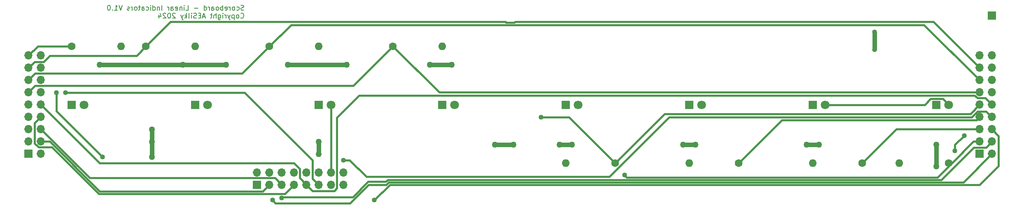
<source format=gbr>
%TF.GenerationSoftware,KiCad,Pcbnew,7.0.2*%
%TF.CreationDate,2024-06-24T19:43:42-07:00*%
%TF.ProjectId,Score-Board-LinInd,53636f72-652d-4426-9f61-72642d4c696e,1*%
%TF.SameCoordinates,Original*%
%TF.FileFunction,Copper,L2,Bot*%
%TF.FilePolarity,Positive*%
%FSLAX46Y46*%
G04 Gerber Fmt 4.6, Leading zero omitted, Abs format (unit mm)*
G04 Created by KiCad (PCBNEW 7.0.2) date 2024-06-24 19:43:42*
%MOMM*%
%LPD*%
G01*
G04 APERTURE LIST*
%ADD10C,0.152400*%
%TA.AperFunction,NonConductor*%
%ADD11C,0.152400*%
%TD*%
%TA.AperFunction,ComponentPad*%
%ADD12C,1.600000*%
%TD*%
%TA.AperFunction,ComponentPad*%
%ADD13O,1.600000X1.600000*%
%TD*%
%TA.AperFunction,ComponentPad*%
%ADD14R,1.800000X1.800000*%
%TD*%
%TA.AperFunction,ComponentPad*%
%ADD15C,1.800000*%
%TD*%
%TA.AperFunction,ComponentPad*%
%ADD16R,1.700000X1.700000*%
%TD*%
%TA.AperFunction,ComponentPad*%
%ADD17O,1.700000X1.700000*%
%TD*%
%TA.AperFunction,ViaPad*%
%ADD18C,1.270000*%
%TD*%
%TA.AperFunction,ViaPad*%
%ADD19C,1.016000*%
%TD*%
%TA.AperFunction,Conductor*%
%ADD20C,0.381000*%
%TD*%
%TA.AperFunction,Conductor*%
%ADD21C,0.889000*%
%TD*%
G04 APERTURE END LIST*
D10*
D11*
X82693976Y-91199360D02*
X82548833Y-91247740D01*
X82548833Y-91247740D02*
X82306928Y-91247740D01*
X82306928Y-91247740D02*
X82210166Y-91199360D01*
X82210166Y-91199360D02*
X82161785Y-91150979D01*
X82161785Y-91150979D02*
X82113404Y-91054217D01*
X82113404Y-91054217D02*
X82113404Y-90957455D01*
X82113404Y-90957455D02*
X82161785Y-90860693D01*
X82161785Y-90860693D02*
X82210166Y-90812312D01*
X82210166Y-90812312D02*
X82306928Y-90763931D01*
X82306928Y-90763931D02*
X82500452Y-90715550D01*
X82500452Y-90715550D02*
X82597214Y-90667169D01*
X82597214Y-90667169D02*
X82645595Y-90618788D01*
X82645595Y-90618788D02*
X82693976Y-90522026D01*
X82693976Y-90522026D02*
X82693976Y-90425264D01*
X82693976Y-90425264D02*
X82645595Y-90328502D01*
X82645595Y-90328502D02*
X82597214Y-90280121D01*
X82597214Y-90280121D02*
X82500452Y-90231740D01*
X82500452Y-90231740D02*
X82258547Y-90231740D01*
X82258547Y-90231740D02*
X82113404Y-90280121D01*
X81242547Y-91199360D02*
X81339309Y-91247740D01*
X81339309Y-91247740D02*
X81532833Y-91247740D01*
X81532833Y-91247740D02*
X81629595Y-91199360D01*
X81629595Y-91199360D02*
X81677976Y-91150979D01*
X81677976Y-91150979D02*
X81726357Y-91054217D01*
X81726357Y-91054217D02*
X81726357Y-90763931D01*
X81726357Y-90763931D02*
X81677976Y-90667169D01*
X81677976Y-90667169D02*
X81629595Y-90618788D01*
X81629595Y-90618788D02*
X81532833Y-90570407D01*
X81532833Y-90570407D02*
X81339309Y-90570407D01*
X81339309Y-90570407D02*
X81242547Y-90618788D01*
X80661976Y-91247740D02*
X80758738Y-91199360D01*
X80758738Y-91199360D02*
X80807119Y-91150979D01*
X80807119Y-91150979D02*
X80855500Y-91054217D01*
X80855500Y-91054217D02*
X80855500Y-90763931D01*
X80855500Y-90763931D02*
X80807119Y-90667169D01*
X80807119Y-90667169D02*
X80758738Y-90618788D01*
X80758738Y-90618788D02*
X80661976Y-90570407D01*
X80661976Y-90570407D02*
X80516833Y-90570407D01*
X80516833Y-90570407D02*
X80420071Y-90618788D01*
X80420071Y-90618788D02*
X80371690Y-90667169D01*
X80371690Y-90667169D02*
X80323309Y-90763931D01*
X80323309Y-90763931D02*
X80323309Y-91054217D01*
X80323309Y-91054217D02*
X80371690Y-91150979D01*
X80371690Y-91150979D02*
X80420071Y-91199360D01*
X80420071Y-91199360D02*
X80516833Y-91247740D01*
X80516833Y-91247740D02*
X80661976Y-91247740D01*
X79887881Y-91247740D02*
X79887881Y-90570407D01*
X79887881Y-90763931D02*
X79839500Y-90667169D01*
X79839500Y-90667169D02*
X79791119Y-90618788D01*
X79791119Y-90618788D02*
X79694357Y-90570407D01*
X79694357Y-90570407D02*
X79597595Y-90570407D01*
X78871881Y-91199360D02*
X78968643Y-91247740D01*
X78968643Y-91247740D02*
X79162167Y-91247740D01*
X79162167Y-91247740D02*
X79258929Y-91199360D01*
X79258929Y-91199360D02*
X79307310Y-91102598D01*
X79307310Y-91102598D02*
X79307310Y-90715550D01*
X79307310Y-90715550D02*
X79258929Y-90618788D01*
X79258929Y-90618788D02*
X79162167Y-90570407D01*
X79162167Y-90570407D02*
X78968643Y-90570407D01*
X78968643Y-90570407D02*
X78871881Y-90618788D01*
X78871881Y-90618788D02*
X78823500Y-90715550D01*
X78823500Y-90715550D02*
X78823500Y-90812312D01*
X78823500Y-90812312D02*
X79307310Y-90909074D01*
X78388072Y-91247740D02*
X78388072Y-90231740D01*
X78388072Y-90618788D02*
X78291310Y-90570407D01*
X78291310Y-90570407D02*
X78097786Y-90570407D01*
X78097786Y-90570407D02*
X78001024Y-90618788D01*
X78001024Y-90618788D02*
X77952643Y-90667169D01*
X77952643Y-90667169D02*
X77904262Y-90763931D01*
X77904262Y-90763931D02*
X77904262Y-91054217D01*
X77904262Y-91054217D02*
X77952643Y-91150979D01*
X77952643Y-91150979D02*
X78001024Y-91199360D01*
X78001024Y-91199360D02*
X78097786Y-91247740D01*
X78097786Y-91247740D02*
X78291310Y-91247740D01*
X78291310Y-91247740D02*
X78388072Y-91199360D01*
X77323691Y-91247740D02*
X77420453Y-91199360D01*
X77420453Y-91199360D02*
X77468834Y-91150979D01*
X77468834Y-91150979D02*
X77517215Y-91054217D01*
X77517215Y-91054217D02*
X77517215Y-90763931D01*
X77517215Y-90763931D02*
X77468834Y-90667169D01*
X77468834Y-90667169D02*
X77420453Y-90618788D01*
X77420453Y-90618788D02*
X77323691Y-90570407D01*
X77323691Y-90570407D02*
X77178548Y-90570407D01*
X77178548Y-90570407D02*
X77081786Y-90618788D01*
X77081786Y-90618788D02*
X77033405Y-90667169D01*
X77033405Y-90667169D02*
X76985024Y-90763931D01*
X76985024Y-90763931D02*
X76985024Y-91054217D01*
X76985024Y-91054217D02*
X77033405Y-91150979D01*
X77033405Y-91150979D02*
X77081786Y-91199360D01*
X77081786Y-91199360D02*
X77178548Y-91247740D01*
X77178548Y-91247740D02*
X77323691Y-91247740D01*
X76114167Y-91247740D02*
X76114167Y-90715550D01*
X76114167Y-90715550D02*
X76162548Y-90618788D01*
X76162548Y-90618788D02*
X76259310Y-90570407D01*
X76259310Y-90570407D02*
X76452834Y-90570407D01*
X76452834Y-90570407D02*
X76549596Y-90618788D01*
X76114167Y-91199360D02*
X76210929Y-91247740D01*
X76210929Y-91247740D02*
X76452834Y-91247740D01*
X76452834Y-91247740D02*
X76549596Y-91199360D01*
X76549596Y-91199360D02*
X76597977Y-91102598D01*
X76597977Y-91102598D02*
X76597977Y-91005836D01*
X76597977Y-91005836D02*
X76549596Y-90909074D01*
X76549596Y-90909074D02*
X76452834Y-90860693D01*
X76452834Y-90860693D02*
X76210929Y-90860693D01*
X76210929Y-90860693D02*
X76114167Y-90812312D01*
X75630358Y-91247740D02*
X75630358Y-90570407D01*
X75630358Y-90763931D02*
X75581977Y-90667169D01*
X75581977Y-90667169D02*
X75533596Y-90618788D01*
X75533596Y-90618788D02*
X75436834Y-90570407D01*
X75436834Y-90570407D02*
X75340072Y-90570407D01*
X74565977Y-91247740D02*
X74565977Y-90231740D01*
X74565977Y-91199360D02*
X74662739Y-91247740D01*
X74662739Y-91247740D02*
X74856263Y-91247740D01*
X74856263Y-91247740D02*
X74953025Y-91199360D01*
X74953025Y-91199360D02*
X75001406Y-91150979D01*
X75001406Y-91150979D02*
X75049787Y-91054217D01*
X75049787Y-91054217D02*
X75049787Y-90763931D01*
X75049787Y-90763931D02*
X75001406Y-90667169D01*
X75001406Y-90667169D02*
X74953025Y-90618788D01*
X74953025Y-90618788D02*
X74856263Y-90570407D01*
X74856263Y-90570407D02*
X74662739Y-90570407D01*
X74662739Y-90570407D02*
X74565977Y-90618788D01*
X73308073Y-90860693D02*
X72533978Y-90860693D01*
X70792263Y-91247740D02*
X71276073Y-91247740D01*
X71276073Y-91247740D02*
X71276073Y-90231740D01*
X70453597Y-91247740D02*
X70453597Y-90570407D01*
X70453597Y-90231740D02*
X70501978Y-90280121D01*
X70501978Y-90280121D02*
X70453597Y-90328502D01*
X70453597Y-90328502D02*
X70405216Y-90280121D01*
X70405216Y-90280121D02*
X70453597Y-90231740D01*
X70453597Y-90231740D02*
X70453597Y-90328502D01*
X69969787Y-90570407D02*
X69969787Y-91247740D01*
X69969787Y-90667169D02*
X69921406Y-90618788D01*
X69921406Y-90618788D02*
X69824644Y-90570407D01*
X69824644Y-90570407D02*
X69679501Y-90570407D01*
X69679501Y-90570407D02*
X69582739Y-90618788D01*
X69582739Y-90618788D02*
X69534358Y-90715550D01*
X69534358Y-90715550D02*
X69534358Y-91247740D01*
X68663501Y-91199360D02*
X68760263Y-91247740D01*
X68760263Y-91247740D02*
X68953787Y-91247740D01*
X68953787Y-91247740D02*
X69050549Y-91199360D01*
X69050549Y-91199360D02*
X69098930Y-91102598D01*
X69098930Y-91102598D02*
X69098930Y-90715550D01*
X69098930Y-90715550D02*
X69050549Y-90618788D01*
X69050549Y-90618788D02*
X68953787Y-90570407D01*
X68953787Y-90570407D02*
X68760263Y-90570407D01*
X68760263Y-90570407D02*
X68663501Y-90618788D01*
X68663501Y-90618788D02*
X68615120Y-90715550D01*
X68615120Y-90715550D02*
X68615120Y-90812312D01*
X68615120Y-90812312D02*
X69098930Y-90909074D01*
X67744263Y-91247740D02*
X67744263Y-90715550D01*
X67744263Y-90715550D02*
X67792644Y-90618788D01*
X67792644Y-90618788D02*
X67889406Y-90570407D01*
X67889406Y-90570407D02*
X68082930Y-90570407D01*
X68082930Y-90570407D02*
X68179692Y-90618788D01*
X67744263Y-91199360D02*
X67841025Y-91247740D01*
X67841025Y-91247740D02*
X68082930Y-91247740D01*
X68082930Y-91247740D02*
X68179692Y-91199360D01*
X68179692Y-91199360D02*
X68228073Y-91102598D01*
X68228073Y-91102598D02*
X68228073Y-91005836D01*
X68228073Y-91005836D02*
X68179692Y-90909074D01*
X68179692Y-90909074D02*
X68082930Y-90860693D01*
X68082930Y-90860693D02*
X67841025Y-90860693D01*
X67841025Y-90860693D02*
X67744263Y-90812312D01*
X67260454Y-91247740D02*
X67260454Y-90570407D01*
X67260454Y-90763931D02*
X67212073Y-90667169D01*
X67212073Y-90667169D02*
X67163692Y-90618788D01*
X67163692Y-90618788D02*
X67066930Y-90570407D01*
X67066930Y-90570407D02*
X66970168Y-90570407D01*
X65857407Y-91247740D02*
X65857407Y-90231740D01*
X65373597Y-90570407D02*
X65373597Y-91247740D01*
X65373597Y-90667169D02*
X65325216Y-90618788D01*
X65325216Y-90618788D02*
X65228454Y-90570407D01*
X65228454Y-90570407D02*
X65083311Y-90570407D01*
X65083311Y-90570407D02*
X64986549Y-90618788D01*
X64986549Y-90618788D02*
X64938168Y-90715550D01*
X64938168Y-90715550D02*
X64938168Y-91247740D01*
X64018930Y-91247740D02*
X64018930Y-90231740D01*
X64018930Y-91199360D02*
X64115692Y-91247740D01*
X64115692Y-91247740D02*
X64309216Y-91247740D01*
X64309216Y-91247740D02*
X64405978Y-91199360D01*
X64405978Y-91199360D02*
X64454359Y-91150979D01*
X64454359Y-91150979D02*
X64502740Y-91054217D01*
X64502740Y-91054217D02*
X64502740Y-90763931D01*
X64502740Y-90763931D02*
X64454359Y-90667169D01*
X64454359Y-90667169D02*
X64405978Y-90618788D01*
X64405978Y-90618788D02*
X64309216Y-90570407D01*
X64309216Y-90570407D02*
X64115692Y-90570407D01*
X64115692Y-90570407D02*
X64018930Y-90618788D01*
X63535121Y-91247740D02*
X63535121Y-90570407D01*
X63535121Y-90231740D02*
X63583502Y-90280121D01*
X63583502Y-90280121D02*
X63535121Y-90328502D01*
X63535121Y-90328502D02*
X63486740Y-90280121D01*
X63486740Y-90280121D02*
X63535121Y-90231740D01*
X63535121Y-90231740D02*
X63535121Y-90328502D01*
X62615882Y-91199360D02*
X62712644Y-91247740D01*
X62712644Y-91247740D02*
X62906168Y-91247740D01*
X62906168Y-91247740D02*
X63002930Y-91199360D01*
X63002930Y-91199360D02*
X63051311Y-91150979D01*
X63051311Y-91150979D02*
X63099692Y-91054217D01*
X63099692Y-91054217D02*
X63099692Y-90763931D01*
X63099692Y-90763931D02*
X63051311Y-90667169D01*
X63051311Y-90667169D02*
X63002930Y-90618788D01*
X63002930Y-90618788D02*
X62906168Y-90570407D01*
X62906168Y-90570407D02*
X62712644Y-90570407D01*
X62712644Y-90570407D02*
X62615882Y-90618788D01*
X61745025Y-91247740D02*
X61745025Y-90715550D01*
X61745025Y-90715550D02*
X61793406Y-90618788D01*
X61793406Y-90618788D02*
X61890168Y-90570407D01*
X61890168Y-90570407D02*
X62083692Y-90570407D01*
X62083692Y-90570407D02*
X62180454Y-90618788D01*
X61745025Y-91199360D02*
X61841787Y-91247740D01*
X61841787Y-91247740D02*
X62083692Y-91247740D01*
X62083692Y-91247740D02*
X62180454Y-91199360D01*
X62180454Y-91199360D02*
X62228835Y-91102598D01*
X62228835Y-91102598D02*
X62228835Y-91005836D01*
X62228835Y-91005836D02*
X62180454Y-90909074D01*
X62180454Y-90909074D02*
X62083692Y-90860693D01*
X62083692Y-90860693D02*
X61841787Y-90860693D01*
X61841787Y-90860693D02*
X61745025Y-90812312D01*
X61406359Y-90570407D02*
X61019311Y-90570407D01*
X61261216Y-90231740D02*
X61261216Y-91102598D01*
X61261216Y-91102598D02*
X61212835Y-91199360D01*
X61212835Y-91199360D02*
X61116073Y-91247740D01*
X61116073Y-91247740D02*
X61019311Y-91247740D01*
X60535502Y-91247740D02*
X60632264Y-91199360D01*
X60632264Y-91199360D02*
X60680645Y-91150979D01*
X60680645Y-91150979D02*
X60729026Y-91054217D01*
X60729026Y-91054217D02*
X60729026Y-90763931D01*
X60729026Y-90763931D02*
X60680645Y-90667169D01*
X60680645Y-90667169D02*
X60632264Y-90618788D01*
X60632264Y-90618788D02*
X60535502Y-90570407D01*
X60535502Y-90570407D02*
X60390359Y-90570407D01*
X60390359Y-90570407D02*
X60293597Y-90618788D01*
X60293597Y-90618788D02*
X60245216Y-90667169D01*
X60245216Y-90667169D02*
X60196835Y-90763931D01*
X60196835Y-90763931D02*
X60196835Y-91054217D01*
X60196835Y-91054217D02*
X60245216Y-91150979D01*
X60245216Y-91150979D02*
X60293597Y-91199360D01*
X60293597Y-91199360D02*
X60390359Y-91247740D01*
X60390359Y-91247740D02*
X60535502Y-91247740D01*
X59761407Y-91247740D02*
X59761407Y-90570407D01*
X59761407Y-90763931D02*
X59713026Y-90667169D01*
X59713026Y-90667169D02*
X59664645Y-90618788D01*
X59664645Y-90618788D02*
X59567883Y-90570407D01*
X59567883Y-90570407D02*
X59471121Y-90570407D01*
X59180836Y-91199360D02*
X59084074Y-91247740D01*
X59084074Y-91247740D02*
X58890550Y-91247740D01*
X58890550Y-91247740D02*
X58793788Y-91199360D01*
X58793788Y-91199360D02*
X58745407Y-91102598D01*
X58745407Y-91102598D02*
X58745407Y-91054217D01*
X58745407Y-91054217D02*
X58793788Y-90957455D01*
X58793788Y-90957455D02*
X58890550Y-90909074D01*
X58890550Y-90909074D02*
X59035693Y-90909074D01*
X59035693Y-90909074D02*
X59132455Y-90860693D01*
X59132455Y-90860693D02*
X59180836Y-90763931D01*
X59180836Y-90763931D02*
X59180836Y-90715550D01*
X59180836Y-90715550D02*
X59132455Y-90618788D01*
X59132455Y-90618788D02*
X59035693Y-90570407D01*
X59035693Y-90570407D02*
X58890550Y-90570407D01*
X58890550Y-90570407D02*
X58793788Y-90618788D01*
X57681027Y-90231740D02*
X57342360Y-91247740D01*
X57342360Y-91247740D02*
X57003693Y-90231740D01*
X56132836Y-91247740D02*
X56713408Y-91247740D01*
X56423122Y-91247740D02*
X56423122Y-90231740D01*
X56423122Y-90231740D02*
X56519884Y-90376883D01*
X56519884Y-90376883D02*
X56616646Y-90473645D01*
X56616646Y-90473645D02*
X56713408Y-90522026D01*
X55697408Y-91150979D02*
X55649027Y-91199360D01*
X55649027Y-91199360D02*
X55697408Y-91247740D01*
X55697408Y-91247740D02*
X55745789Y-91199360D01*
X55745789Y-91199360D02*
X55697408Y-91150979D01*
X55697408Y-91150979D02*
X55697408Y-91247740D01*
X55020074Y-90231740D02*
X54923312Y-90231740D01*
X54923312Y-90231740D02*
X54826550Y-90280121D01*
X54826550Y-90280121D02*
X54778169Y-90328502D01*
X54778169Y-90328502D02*
X54729788Y-90425264D01*
X54729788Y-90425264D02*
X54681407Y-90618788D01*
X54681407Y-90618788D02*
X54681407Y-90860693D01*
X54681407Y-90860693D02*
X54729788Y-91054217D01*
X54729788Y-91054217D02*
X54778169Y-91150979D01*
X54778169Y-91150979D02*
X54826550Y-91199360D01*
X54826550Y-91199360D02*
X54923312Y-91247740D01*
X54923312Y-91247740D02*
X55020074Y-91247740D01*
X55020074Y-91247740D02*
X55116836Y-91199360D01*
X55116836Y-91199360D02*
X55165217Y-91150979D01*
X55165217Y-91150979D02*
X55213598Y-91054217D01*
X55213598Y-91054217D02*
X55261979Y-90860693D01*
X55261979Y-90860693D02*
X55261979Y-90618788D01*
X55261979Y-90618788D02*
X55213598Y-90425264D01*
X55213598Y-90425264D02*
X55165217Y-90328502D01*
X55165217Y-90328502D02*
X55116836Y-90280121D01*
X55116836Y-90280121D02*
X55020074Y-90231740D01*
X82065023Y-92796899D02*
X82113404Y-92845280D01*
X82113404Y-92845280D02*
X82258547Y-92893660D01*
X82258547Y-92893660D02*
X82355309Y-92893660D01*
X82355309Y-92893660D02*
X82500452Y-92845280D01*
X82500452Y-92845280D02*
X82597214Y-92748518D01*
X82597214Y-92748518D02*
X82645595Y-92651756D01*
X82645595Y-92651756D02*
X82693976Y-92458232D01*
X82693976Y-92458232D02*
X82693976Y-92313089D01*
X82693976Y-92313089D02*
X82645595Y-92119565D01*
X82645595Y-92119565D02*
X82597214Y-92022803D01*
X82597214Y-92022803D02*
X82500452Y-91926041D01*
X82500452Y-91926041D02*
X82355309Y-91877660D01*
X82355309Y-91877660D02*
X82258547Y-91877660D01*
X82258547Y-91877660D02*
X82113404Y-91926041D01*
X82113404Y-91926041D02*
X82065023Y-91974422D01*
X81484452Y-92893660D02*
X81581214Y-92845280D01*
X81581214Y-92845280D02*
X81629595Y-92796899D01*
X81629595Y-92796899D02*
X81677976Y-92700137D01*
X81677976Y-92700137D02*
X81677976Y-92409851D01*
X81677976Y-92409851D02*
X81629595Y-92313089D01*
X81629595Y-92313089D02*
X81581214Y-92264708D01*
X81581214Y-92264708D02*
X81484452Y-92216327D01*
X81484452Y-92216327D02*
X81339309Y-92216327D01*
X81339309Y-92216327D02*
X81242547Y-92264708D01*
X81242547Y-92264708D02*
X81194166Y-92313089D01*
X81194166Y-92313089D02*
X81145785Y-92409851D01*
X81145785Y-92409851D02*
X81145785Y-92700137D01*
X81145785Y-92700137D02*
X81194166Y-92796899D01*
X81194166Y-92796899D02*
X81242547Y-92845280D01*
X81242547Y-92845280D02*
X81339309Y-92893660D01*
X81339309Y-92893660D02*
X81484452Y-92893660D01*
X80710357Y-92216327D02*
X80710357Y-93232327D01*
X80710357Y-92264708D02*
X80613595Y-92216327D01*
X80613595Y-92216327D02*
X80420071Y-92216327D01*
X80420071Y-92216327D02*
X80323309Y-92264708D01*
X80323309Y-92264708D02*
X80274928Y-92313089D01*
X80274928Y-92313089D02*
X80226547Y-92409851D01*
X80226547Y-92409851D02*
X80226547Y-92700137D01*
X80226547Y-92700137D02*
X80274928Y-92796899D01*
X80274928Y-92796899D02*
X80323309Y-92845280D01*
X80323309Y-92845280D02*
X80420071Y-92893660D01*
X80420071Y-92893660D02*
X80613595Y-92893660D01*
X80613595Y-92893660D02*
X80710357Y-92845280D01*
X79887881Y-92216327D02*
X79645976Y-92893660D01*
X79404071Y-92216327D02*
X79645976Y-92893660D01*
X79645976Y-92893660D02*
X79742738Y-93135565D01*
X79742738Y-93135565D02*
X79791119Y-93183946D01*
X79791119Y-93183946D02*
X79887881Y-93232327D01*
X79017024Y-92893660D02*
X79017024Y-92216327D01*
X79017024Y-92409851D02*
X78968643Y-92313089D01*
X78968643Y-92313089D02*
X78920262Y-92264708D01*
X78920262Y-92264708D02*
X78823500Y-92216327D01*
X78823500Y-92216327D02*
X78726738Y-92216327D01*
X78388072Y-92893660D02*
X78388072Y-92216327D01*
X78388072Y-91877660D02*
X78436453Y-91926041D01*
X78436453Y-91926041D02*
X78388072Y-91974422D01*
X78388072Y-91974422D02*
X78339691Y-91926041D01*
X78339691Y-91926041D02*
X78388072Y-91877660D01*
X78388072Y-91877660D02*
X78388072Y-91974422D01*
X77468833Y-92216327D02*
X77468833Y-93038803D01*
X77468833Y-93038803D02*
X77517214Y-93135565D01*
X77517214Y-93135565D02*
X77565595Y-93183946D01*
X77565595Y-93183946D02*
X77662357Y-93232327D01*
X77662357Y-93232327D02*
X77807500Y-93232327D01*
X77807500Y-93232327D02*
X77904262Y-93183946D01*
X77468833Y-92845280D02*
X77565595Y-92893660D01*
X77565595Y-92893660D02*
X77759119Y-92893660D01*
X77759119Y-92893660D02*
X77855881Y-92845280D01*
X77855881Y-92845280D02*
X77904262Y-92796899D01*
X77904262Y-92796899D02*
X77952643Y-92700137D01*
X77952643Y-92700137D02*
X77952643Y-92409851D01*
X77952643Y-92409851D02*
X77904262Y-92313089D01*
X77904262Y-92313089D02*
X77855881Y-92264708D01*
X77855881Y-92264708D02*
X77759119Y-92216327D01*
X77759119Y-92216327D02*
X77565595Y-92216327D01*
X77565595Y-92216327D02*
X77468833Y-92264708D01*
X76985024Y-92893660D02*
X76985024Y-91877660D01*
X76549595Y-92893660D02*
X76549595Y-92361470D01*
X76549595Y-92361470D02*
X76597976Y-92264708D01*
X76597976Y-92264708D02*
X76694738Y-92216327D01*
X76694738Y-92216327D02*
X76839881Y-92216327D01*
X76839881Y-92216327D02*
X76936643Y-92264708D01*
X76936643Y-92264708D02*
X76985024Y-92313089D01*
X76210929Y-92216327D02*
X75823881Y-92216327D01*
X76065786Y-91877660D02*
X76065786Y-92748518D01*
X76065786Y-92748518D02*
X76017405Y-92845280D01*
X76017405Y-92845280D02*
X75920643Y-92893660D01*
X75920643Y-92893660D02*
X75823881Y-92893660D01*
X74759501Y-92603375D02*
X74275691Y-92603375D01*
X74856263Y-92893660D02*
X74517596Y-91877660D01*
X74517596Y-91877660D02*
X74178929Y-92893660D01*
X73840263Y-92361470D02*
X73501596Y-92361470D01*
X73356453Y-92893660D02*
X73840263Y-92893660D01*
X73840263Y-92893660D02*
X73840263Y-91877660D01*
X73840263Y-91877660D02*
X73356453Y-91877660D01*
X72969406Y-92845280D02*
X72824263Y-92893660D01*
X72824263Y-92893660D02*
X72582358Y-92893660D01*
X72582358Y-92893660D02*
X72485596Y-92845280D01*
X72485596Y-92845280D02*
X72437215Y-92796899D01*
X72437215Y-92796899D02*
X72388834Y-92700137D01*
X72388834Y-92700137D02*
X72388834Y-92603375D01*
X72388834Y-92603375D02*
X72437215Y-92506613D01*
X72437215Y-92506613D02*
X72485596Y-92458232D01*
X72485596Y-92458232D02*
X72582358Y-92409851D01*
X72582358Y-92409851D02*
X72775882Y-92361470D01*
X72775882Y-92361470D02*
X72872644Y-92313089D01*
X72872644Y-92313089D02*
X72921025Y-92264708D01*
X72921025Y-92264708D02*
X72969406Y-92167946D01*
X72969406Y-92167946D02*
X72969406Y-92071184D01*
X72969406Y-92071184D02*
X72921025Y-91974422D01*
X72921025Y-91974422D02*
X72872644Y-91926041D01*
X72872644Y-91926041D02*
X72775882Y-91877660D01*
X72775882Y-91877660D02*
X72533977Y-91877660D01*
X72533977Y-91877660D02*
X72388834Y-91926041D01*
X71953406Y-92893660D02*
X71953406Y-92216327D01*
X71953406Y-91877660D02*
X72001787Y-91926041D01*
X72001787Y-91926041D02*
X71953406Y-91974422D01*
X71953406Y-91974422D02*
X71905025Y-91926041D01*
X71905025Y-91926041D02*
X71953406Y-91877660D01*
X71953406Y-91877660D02*
X71953406Y-91974422D01*
X71324453Y-92893660D02*
X71421215Y-92845280D01*
X71421215Y-92845280D02*
X71469596Y-92748518D01*
X71469596Y-92748518D02*
X71469596Y-91877660D01*
X70937406Y-92893660D02*
X70937406Y-91877660D01*
X70840644Y-92506613D02*
X70550358Y-92893660D01*
X70550358Y-92216327D02*
X70937406Y-92603375D01*
X70211692Y-92216327D02*
X69969787Y-92893660D01*
X69727882Y-92216327D02*
X69969787Y-92893660D01*
X69969787Y-92893660D02*
X70066549Y-93135565D01*
X70066549Y-93135565D02*
X70114930Y-93183946D01*
X70114930Y-93183946D02*
X70211692Y-93232327D01*
X68615121Y-91974422D02*
X68566740Y-91926041D01*
X68566740Y-91926041D02*
X68469978Y-91877660D01*
X68469978Y-91877660D02*
X68228073Y-91877660D01*
X68228073Y-91877660D02*
X68131311Y-91926041D01*
X68131311Y-91926041D02*
X68082930Y-91974422D01*
X68082930Y-91974422D02*
X68034549Y-92071184D01*
X68034549Y-92071184D02*
X68034549Y-92167946D01*
X68034549Y-92167946D02*
X68082930Y-92313089D01*
X68082930Y-92313089D02*
X68663502Y-92893660D01*
X68663502Y-92893660D02*
X68034549Y-92893660D01*
X67405597Y-91877660D02*
X67308835Y-91877660D01*
X67308835Y-91877660D02*
X67212073Y-91926041D01*
X67212073Y-91926041D02*
X67163692Y-91974422D01*
X67163692Y-91974422D02*
X67115311Y-92071184D01*
X67115311Y-92071184D02*
X67066930Y-92264708D01*
X67066930Y-92264708D02*
X67066930Y-92506613D01*
X67066930Y-92506613D02*
X67115311Y-92700137D01*
X67115311Y-92700137D02*
X67163692Y-92796899D01*
X67163692Y-92796899D02*
X67212073Y-92845280D01*
X67212073Y-92845280D02*
X67308835Y-92893660D01*
X67308835Y-92893660D02*
X67405597Y-92893660D01*
X67405597Y-92893660D02*
X67502359Y-92845280D01*
X67502359Y-92845280D02*
X67550740Y-92796899D01*
X67550740Y-92796899D02*
X67599121Y-92700137D01*
X67599121Y-92700137D02*
X67647502Y-92506613D01*
X67647502Y-92506613D02*
X67647502Y-92264708D01*
X67647502Y-92264708D02*
X67599121Y-92071184D01*
X67599121Y-92071184D02*
X67550740Y-91974422D01*
X67550740Y-91974422D02*
X67502359Y-91926041D01*
X67502359Y-91926041D02*
X67405597Y-91877660D01*
X66679883Y-91974422D02*
X66631502Y-91926041D01*
X66631502Y-91926041D02*
X66534740Y-91877660D01*
X66534740Y-91877660D02*
X66292835Y-91877660D01*
X66292835Y-91877660D02*
X66196073Y-91926041D01*
X66196073Y-91926041D02*
X66147692Y-91974422D01*
X66147692Y-91974422D02*
X66099311Y-92071184D01*
X66099311Y-92071184D02*
X66099311Y-92167946D01*
X66099311Y-92167946D02*
X66147692Y-92313089D01*
X66147692Y-92313089D02*
X66728264Y-92893660D01*
X66728264Y-92893660D02*
X66099311Y-92893660D01*
X65228454Y-92216327D02*
X65228454Y-92893660D01*
X65470359Y-91829280D02*
X65712264Y-92554994D01*
X65712264Y-92554994D02*
X65083311Y-92554994D01*
D12*
%TO.P,R8,1*%
%TO.N,/SD.A*%
X227667500Y-122863000D03*
D13*
%TO.P,R8,2*%
%TO.N,/SDA.A*%
X217507500Y-122863000D03*
%TD*%
D12*
%TO.P,R7,1*%
%TO.N,/SD.B*%
X209887500Y-122863000D03*
D13*
%TO.P,R7,2*%
%TO.N,/SDA.B*%
X199727500Y-122863000D03*
%TD*%
D12*
%TO.P,R6,1*%
%TO.N,/SD.C*%
X184487500Y-122863000D03*
D13*
%TO.P,R6,2*%
%TO.N,/SDA.C*%
X174327500Y-122863000D03*
%TD*%
D12*
%TO.P,R5,1*%
%TO.N,/SD.D*%
X159087500Y-122863000D03*
D13*
%TO.P,R5,2*%
%TO.N,/SDA.D*%
X148927500Y-122863000D03*
%TD*%
D12*
%TO.P,R4,1*%
%TO.N,/SD.E*%
X113367500Y-98733000D03*
D13*
%TO.P,R4,2*%
%TO.N,/SDA.E*%
X123527500Y-98733000D03*
%TD*%
D12*
%TO.P,R3,1*%
%TO.N,/SD.F*%
X87967500Y-98733000D03*
D13*
%TO.P,R3,2*%
%TO.N,/SDA.F*%
X98127500Y-98733000D03*
%TD*%
D12*
%TO.P,R2,1*%
%TO.N,/SD.G*%
X62567500Y-98733000D03*
D13*
%TO.P,R2,2*%
%TO.N,/SDA.G*%
X72727500Y-98733000D03*
%TD*%
D12*
%TO.P,R1,1*%
%TO.N,/SD.P*%
X47327500Y-98733000D03*
D13*
%TO.P,R1,2*%
%TO.N,/SDA.P*%
X57487500Y-98733000D03*
%TD*%
D14*
%TO.P,LED8,1,K*%
%TO.N,/SDA.A*%
X225127500Y-110798000D03*
D15*
%TO.P,LED8,2,A*%
%TO.N,Net-(J1-Pin_10)*%
X227667500Y-110798000D03*
%TD*%
D14*
%TO.P,LED7,1,K*%
%TO.N,/SDA.B*%
X199727500Y-110798000D03*
D15*
%TO.P,LED7,2,A*%
%TO.N,Net-(J1-Pin_10)*%
X202267500Y-110798000D03*
%TD*%
D14*
%TO.P,LED6,1,K*%
%TO.N,/SDA.C*%
X174327500Y-110798000D03*
D15*
%TO.P,LED6,2,A*%
%TO.N,Net-(J1-Pin_10)*%
X176867500Y-110798000D03*
%TD*%
D14*
%TO.P,LED5,1,K*%
%TO.N,/SDA.D*%
X148927500Y-110798000D03*
D15*
%TO.P,LED5,2,A*%
%TO.N,Net-(J1-Pin_10)*%
X151467500Y-110798000D03*
%TD*%
D14*
%TO.P,LED4,1,K*%
%TO.N,/SDA.E*%
X123527500Y-110798000D03*
D15*
%TO.P,LED4,2,A*%
%TO.N,Net-(J1-Pin_10)*%
X126067500Y-110798000D03*
%TD*%
D14*
%TO.P,LED3,1,K*%
%TO.N,/SDA.F*%
X98127500Y-110798000D03*
D15*
%TO.P,LED3,2,A*%
%TO.N,Net-(J1-Pin_10)*%
X100667500Y-110798000D03*
%TD*%
D14*
%TO.P,LED2,1,K*%
%TO.N,/SDA.G*%
X72727500Y-110798000D03*
D15*
%TO.P,LED2,2,A*%
%TO.N,Net-(J1-Pin_10)*%
X75267500Y-110798000D03*
%TD*%
D14*
%TO.P,LED1,1,K*%
%TO.N,/SDA.P*%
X47327500Y-110798000D03*
D15*
%TO.P,LED1,2,A*%
%TO.N,Net-(J1-Pin_10)*%
X49867500Y-110798000D03*
%TD*%
D16*
%TO.P,J3,1,Pin_1*%
%TO.N,GND*%
X234012500Y-120948000D03*
D17*
%TO.P,J3,2,Pin_2*%
%TO.N,/DD.A10*%
X236552500Y-120948000D03*
%TO.P,J3,3,Pin_3*%
%TO.N,/SD.A*%
X234012500Y-118408000D03*
%TO.P,J3,4,Pin_4*%
%TO.N,/DD.A01*%
X236552500Y-118408000D03*
%TO.P,J3,5,Pin_5*%
%TO.N,/SD.B*%
X234012500Y-115868000D03*
%TO.P,J3,6,Pin_6*%
%TO.N,/DD.B10*%
X236552500Y-115868000D03*
%TO.P,J3,7,Pin_7*%
%TO.N,/SD.C*%
X234012500Y-113328000D03*
%TO.P,J3,8,Pin_8*%
%TO.N,/DD.B01*%
X236552500Y-113328000D03*
%TO.P,J3,9,Pin_9*%
%TO.N,/SD.D*%
X234012500Y-110788000D03*
%TO.P,J3,10,Pin_10*%
%TO.N,/DD.C10*%
X236552500Y-110788000D03*
%TO.P,J3,11,Pin_11*%
%TO.N,/SD.E*%
X234012500Y-108248000D03*
%TO.P,J3,12,Pin_12*%
%TO.N,/DD.C01*%
X236552500Y-108248000D03*
%TO.P,J3,13,Pin_13*%
%TO.N,/SD.F*%
X234012500Y-105708000D03*
%TO.P,J3,14,Pin_14*%
%TO.N,/DD.IND*%
X236552500Y-105708000D03*
%TO.P,J3,15,Pin_15*%
%TO.N,/SD.G*%
X234012500Y-103168000D03*
%TO.P,J3,16,Pin_16*%
%TO.N,Net-(J2-Pin_16)*%
X236552500Y-103168000D03*
%TO.P,J3,17,Pin_17*%
%TO.N,/SD.P*%
X234012500Y-100628000D03*
%TO.P,J3,18,Pin_18*%
%TO.N,GND*%
X236552500Y-100628000D03*
%TD*%
D16*
%TO.P,J2,1,Pin_1*%
%TO.N,GND*%
X38432500Y-120948000D03*
D17*
%TO.P,J2,2,Pin_2*%
%TO.N,/DD.A10*%
X40972500Y-120948000D03*
%TO.P,J2,3,Pin_3*%
%TO.N,/SD.A*%
X38432500Y-118408000D03*
%TO.P,J2,4,Pin_4*%
%TO.N,/DD.A01*%
X40972500Y-118408000D03*
%TO.P,J2,5,Pin_5*%
%TO.N,/SD.B*%
X38432500Y-115868000D03*
%TO.P,J2,6,Pin_6*%
%TO.N,/DD.B10*%
X40972500Y-115868000D03*
%TO.P,J2,7,Pin_7*%
%TO.N,/SD.C*%
X38432500Y-113328000D03*
%TO.P,J2,8,Pin_8*%
%TO.N,/DD.B01*%
X40972500Y-113328000D03*
%TO.P,J2,9,Pin_9*%
%TO.N,/SD.D*%
X38432500Y-110788000D03*
%TO.P,J2,10,Pin_10*%
%TO.N,/DD.C10*%
X40972500Y-110788000D03*
%TO.P,J2,11,Pin_11*%
%TO.N,/SD.E*%
X38432500Y-108248000D03*
%TO.P,J2,12,Pin_12*%
%TO.N,/DD.C01*%
X40972500Y-108248000D03*
%TO.P,J2,13,Pin_13*%
%TO.N,/SD.F*%
X38432500Y-105708000D03*
%TO.P,J2,14,Pin_14*%
%TO.N,/DD.IND*%
X40972500Y-105708000D03*
%TO.P,J2,15,Pin_15*%
%TO.N,/SD.G*%
X38432500Y-103168000D03*
%TO.P,J2,16,Pin_16*%
%TO.N,Net-(J2-Pin_16)*%
X40972500Y-103168000D03*
%TO.P,J2,17,Pin_17*%
%TO.N,/SD.P*%
X38432500Y-100628000D03*
%TO.P,J2,18,Pin_18*%
%TO.N,GND*%
X40972500Y-100628000D03*
%TD*%
D16*
%TO.P,J1,1,Pin_1*%
%TO.N,/DD.A10*%
X85427500Y-127308000D03*
D17*
%TO.P,J1,2,Pin_2*%
%TO.N,Net-(J1-Pin_10)*%
X85427500Y-124768000D03*
%TO.P,J1,3,Pin_3*%
%TO.N,/DD.A01*%
X87967500Y-127308000D03*
%TO.P,J1,4,Pin_4*%
%TO.N,Net-(J1-Pin_10)*%
X87967500Y-124768000D03*
%TO.P,J1,5,Pin_5*%
%TO.N,/DD.B10*%
X90507500Y-127308000D03*
%TO.P,J1,6,Pin_6*%
%TO.N,Net-(J1-Pin_10)*%
X90507500Y-124768000D03*
%TO.P,J1,7,Pin_7*%
%TO.N,/DD.B01*%
X93047500Y-127308000D03*
%TO.P,J1,8,Pin_8*%
%TO.N,Net-(J1-Pin_10)*%
X93047500Y-124768000D03*
%TO.P,J1,9,Pin_9*%
%TO.N,/DD.C10*%
X95587500Y-127308000D03*
%TO.P,J1,10,Pin_10*%
%TO.N,Net-(J1-Pin_10)*%
X95587500Y-124768000D03*
%TO.P,J1,11,Pin_11*%
%TO.N,/DD.C01*%
X98127500Y-127308000D03*
%TO.P,J1,12,Pin_12*%
%TO.N,Net-(J1-Pin_10)*%
X98127500Y-124768000D03*
%TO.P,J1,13,Pin_13*%
%TO.N,/DD.IND*%
X100667500Y-127308000D03*
%TO.P,J1,14,Pin_14*%
%TO.N,Net-(J1-Pin_10)*%
X100667500Y-124768000D03*
%TO.P,J1,15,Pin_15*%
%TO.N,unconnected-(J1-Pin_15-Pad15)*%
X103207500Y-127308000D03*
%TO.P,J1,16,Pin_16*%
%TO.N,unconnected-(J1-Pin_16-Pad16)*%
X103207500Y-124768000D03*
%TD*%
D16*
%TO.P,GND1,1,Pin_1*%
%TO.N,GND*%
X236557500Y-92383000D03*
%TD*%
D18*
%TO.N,GND*%
X98127500Y-120958000D03*
X98127500Y-118418000D03*
X63837500Y-118418000D03*
X63837500Y-121593000D03*
X63837500Y-115878000D03*
X53042500Y-102543000D03*
X70187500Y-102543000D03*
X79077500Y-102543000D03*
X91777500Y-102543000D03*
X103842500Y-102543000D03*
X120987500Y-102543000D03*
X125432500Y-102543000D03*
X134322500Y-119053000D03*
X138132500Y-119053000D03*
X147657500Y-119053000D03*
X150197500Y-119053000D03*
X173057500Y-119053000D03*
X175597500Y-119053000D03*
X198457500Y-119053000D03*
X200997500Y-119053000D03*
X225127500Y-123498000D03*
X225127500Y-119053000D03*
D19*
X212427500Y-99368000D03*
X212427500Y-95748000D03*
%TO.N,/DD.C01*%
X46057500Y-108258000D03*
%TO.N,/SD.D*%
X143847500Y-113338000D03*
%TO.N,/DD.IND*%
X53677500Y-121593000D03*
X44152500Y-108258000D03*
%TO.N,/SD.A*%
X160992500Y-125340000D03*
%TO.N,/DD.A10*%
X88602500Y-130483000D03*
%TO.N,/DD.C01*%
X230842500Y-117148000D03*
X228937500Y-120323000D03*
%TO.N,/DD.B10*%
X109557500Y-130483000D03*
%TO.N,/DD.B01*%
X103207500Y-122228000D03*
%TO.N,/DD.A01*%
X90507500Y-130038000D03*
%TD*%
D20*
%TO.N,/DD.C01*%
X228937500Y-120323000D02*
X228937500Y-119053000D01*
X228937500Y-119053000D02*
X230842500Y-117148000D01*
%TO.N,/DD.B01*%
X39707500Y-114593000D02*
X40972500Y-113328000D01*
X40488905Y-119575500D02*
X39707500Y-118794095D01*
X39707500Y-118794095D02*
X39707500Y-114593000D01*
X43243160Y-119575500D02*
X40488905Y-119575500D01*
X91142500Y-129213000D02*
X52880660Y-129213000D01*
X93047500Y-127308000D02*
X91142500Y-129213000D01*
X52880660Y-129213000D02*
X43243160Y-119575500D01*
%TO.N,/DD.A01*%
X42794080Y-118408000D02*
X40972500Y-118408000D01*
X53052080Y-128666000D02*
X42794080Y-118408000D01*
X86609500Y-128666000D02*
X53052080Y-128666000D01*
X87967500Y-127308000D02*
X86609500Y-128666000D01*
X235307000Y-119653500D02*
X236552500Y-118408000D01*
X232782000Y-119653500D02*
X235307000Y-119653500D01*
X112311660Y-126292000D02*
X226143500Y-126292000D01*
X111930660Y-126673000D02*
X112311660Y-126292000D01*
X105112500Y-129848000D02*
X108287500Y-126673000D01*
X90697500Y-129848000D02*
X105112500Y-129848000D01*
X108287500Y-126673000D02*
X111930660Y-126673000D01*
X90507500Y-130038000D02*
X90697500Y-129848000D01*
X226143500Y-126292000D02*
X232782000Y-119653500D01*
%TO.N,/SD.D*%
X169247500Y-112703000D02*
X232097500Y-112703000D01*
X232097500Y-112703000D02*
X234012500Y-110788000D01*
X159087500Y-122863000D02*
X169247500Y-112703000D01*
%TO.N,/DD.B01*%
X233528905Y-112160500D02*
X235385000Y-112160500D01*
X157873884Y-125657000D02*
X170192884Y-113338000D01*
X107906500Y-125657000D02*
X157873884Y-125657000D01*
X232351405Y-113338000D02*
X233528905Y-112160500D01*
X104477500Y-122228000D02*
X107906500Y-125657000D01*
X235385000Y-112160500D02*
X236552500Y-113328000D01*
X103207500Y-122228000D02*
X104477500Y-122228000D01*
X170192884Y-113338000D02*
X232351405Y-113338000D01*
%TO.N,/SD.C*%
X233367500Y-113973000D02*
X234012500Y-113328000D01*
X193377500Y-113973000D02*
X233367500Y-113973000D01*
X184487500Y-122863000D02*
X193377500Y-113973000D01*
%TO.N,/SD.F*%
X138561623Y-94288000D02*
X222592500Y-94288000D01*
X138553123Y-94296500D02*
X138561623Y-94288000D01*
X136441877Y-94296500D02*
X138553123Y-94296500D01*
X92412500Y-94288000D02*
X136433377Y-94288000D01*
X222592500Y-94288000D02*
X234012500Y-105708000D01*
X87967500Y-98733000D02*
X92412500Y-94288000D01*
X136433377Y-94288000D02*
X136441877Y-94296500D01*
%TO.N,/SD.G*%
X224497500Y-93653000D02*
X234012500Y-103168000D01*
X138342703Y-93788500D02*
X138478203Y-93653000D01*
X136652297Y-93788500D02*
X138342703Y-93788500D01*
X138478203Y-93653000D02*
X224497500Y-93653000D01*
X67647500Y-93653000D02*
X136516797Y-93653000D01*
X62567500Y-98733000D02*
X67647500Y-93653000D01*
X136516797Y-93653000D02*
X136652297Y-93788500D01*
D21*
%TO.N,GND*%
X98127500Y-118418000D02*
X98127500Y-120958000D01*
X63837500Y-115878000D02*
X63837500Y-121593000D01*
X70187500Y-102543000D02*
X79077500Y-102543000D01*
X53042500Y-102543000D02*
X70187500Y-102543000D01*
D20*
%TO.N,/SD.G*%
X39678000Y-101922500D02*
X38432500Y-103168000D01*
X41508700Y-101922500D02*
X39678000Y-101922500D01*
X60662500Y-100638000D02*
X42793200Y-100638000D01*
X62567500Y-98733000D02*
X60662500Y-100638000D01*
X42793200Y-100638000D02*
X41508700Y-101922500D01*
D21*
%TO.N,GND*%
X103842500Y-102543000D02*
X91777500Y-102543000D01*
X120987500Y-102543000D02*
X125432500Y-102543000D01*
X173057500Y-119053000D02*
X175597500Y-119053000D01*
X147657500Y-119053000D02*
X150197500Y-119053000D01*
X134322500Y-119053000D02*
X138132500Y-119053000D01*
X200997500Y-119053000D02*
X198457500Y-119053000D01*
X225127500Y-119053000D02*
X225127500Y-123498000D01*
D20*
%TO.N,/SD.A*%
X227667500Y-123498000D02*
X227667500Y-122863000D01*
X161436500Y-125784000D02*
X225381500Y-125784000D01*
X160992500Y-125340000D02*
X161436500Y-125784000D01*
X225381500Y-125784000D02*
X227667500Y-123498000D01*
%TO.N,/DD.A10*%
X89237500Y-131118000D02*
X88602500Y-130483000D01*
X104560920Y-131118000D02*
X89237500Y-131118000D01*
X108370920Y-127308000D02*
X104560920Y-131118000D01*
X112014080Y-127308000D02*
X108370920Y-127308000D01*
X230700500Y-126800000D02*
X112522080Y-126800000D01*
X112522080Y-126800000D02*
X112014080Y-127308000D01*
X236552500Y-120948000D02*
X230700500Y-126800000D01*
%TO.N,/DD.B10*%
X237910500Y-117226000D02*
X236552500Y-115868000D01*
X234017500Y-127308000D02*
X237910500Y-123415000D01*
X237910500Y-123415000D02*
X237910500Y-117226000D01*
X112732500Y-127308000D02*
X234017500Y-127308000D01*
X109557500Y-130483000D02*
X112732500Y-127308000D01*
D21*
%TO.N,GND*%
X212427500Y-99368000D02*
X212427500Y-95748000D01*
D20*
%TO.N,Net-(J1-Pin_10)*%
X223910000Y-109580500D02*
X226450000Y-109580500D01*
X222692500Y-110798000D02*
X223910000Y-109580500D01*
X202267500Y-110798000D02*
X222692500Y-110798000D01*
X226450000Y-109580500D02*
X227667500Y-110798000D01*
%TO.N,/DD.C10*%
X101835000Y-113440500D02*
X101835000Y-128045500D01*
X106382500Y-108893000D02*
X101835000Y-113440500D01*
X101835000Y-128045500D02*
X101302500Y-128578000D01*
X233006405Y-108893000D02*
X106382500Y-108893000D01*
X235180000Y-109415500D02*
X233528905Y-109415500D01*
X233528905Y-109415500D02*
X233006405Y-108893000D01*
X96857500Y-128578000D02*
X95587500Y-127308000D01*
X236552500Y-110788000D02*
X235180000Y-109415500D01*
X101302500Y-128578000D02*
X96857500Y-128578000D01*
%TO.N,/DD.C01*%
X96857500Y-126038000D02*
X98127500Y-127308000D01*
X96857500Y-122228000D02*
X96857500Y-126038000D01*
X82887500Y-108258000D02*
X96857500Y-122228000D01*
X46057500Y-108258000D02*
X82887500Y-108258000D01*
%TO.N,/SD.D*%
X149562500Y-113338000D02*
X159087500Y-122863000D01*
X143847500Y-113338000D02*
X149562500Y-113338000D01*
%TO.N,/DD.IND*%
X44152500Y-112068000D02*
X44152500Y-108258000D01*
X53677500Y-121593000D02*
X44152500Y-112068000D01*
%TO.N,/SD.A*%
X228302500Y-122863000D02*
X232757500Y-118408000D01*
X227667500Y-122863000D02*
X228302500Y-122863000D01*
X232757500Y-118408000D02*
X234012500Y-118408000D01*
%TO.N,/SD.E*%
X105225000Y-106875500D02*
X39805000Y-106875500D01*
X113367500Y-98733000D02*
X105225000Y-106875500D01*
X39805000Y-106875500D02*
X38432500Y-108248000D01*
%TO.N,/SD.F*%
X39805000Y-104335500D02*
X38432500Y-105708000D01*
X82365000Y-104335500D02*
X39805000Y-104335500D01*
X87967500Y-98733000D02*
X82365000Y-104335500D01*
%TO.N,/DD.C10*%
X53047500Y-122863000D02*
X40972500Y-110788000D01*
X94215000Y-124030500D02*
X93047500Y-122863000D01*
X93047500Y-122863000D02*
X53047500Y-122863000D01*
X94215000Y-125935500D02*
X94215000Y-124030500D01*
X95587500Y-127308000D02*
X94215000Y-125935500D01*
%TO.N,/DD.B10*%
X89135000Y-125935500D02*
X51040000Y-125935500D01*
X90507500Y-127308000D02*
X89135000Y-125935500D01*
X51040000Y-125935500D02*
X40972500Y-115868000D01*
%TO.N,Net-(J1-Pin_10)*%
X100667500Y-124768000D02*
X100667500Y-110798000D01*
%TO.N,/SD.P*%
X40327500Y-98733000D02*
X38432500Y-100628000D01*
X47327500Y-98733000D02*
X40327500Y-98733000D01*
%TO.N,/SD.E*%
X122882500Y-108248000D02*
X234012500Y-108248000D01*
X113367500Y-98733000D02*
X122882500Y-108248000D01*
%TO.N,/SD.B*%
X216882500Y-115868000D02*
X234012500Y-115868000D01*
X209887500Y-122863000D02*
X216882500Y-115868000D01*
%TD*%
M02*

</source>
